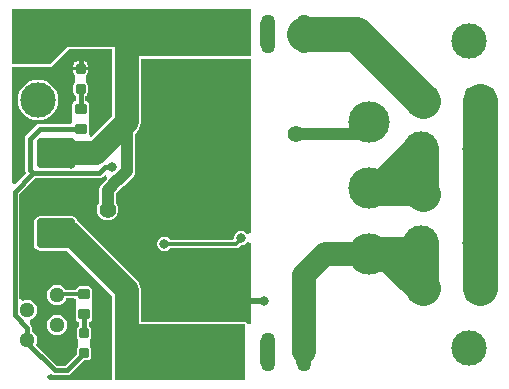
<source format=gtl>
G04 Layer_Physical_Order=1*
G04 Layer_Color=255*
%FSLAX24Y24*%
%MOIN*%
G70*
G01*
G75*
G04:AMPARAMS|DCode=10|XSize=39.4mil|YSize=35.4mil|CornerRadius=4.4mil|HoleSize=0mil|Usage=FLASHONLY|Rotation=180.000|XOffset=0mil|YOffset=0mil|HoleType=Round|Shape=RoundedRectangle|*
%AMROUNDEDRECTD10*
21,1,0.0394,0.0266,0,0,180.0*
21,1,0.0305,0.0354,0,0,180.0*
1,1,0.0089,-0.0153,0.0133*
1,1,0.0089,0.0153,0.0133*
1,1,0.0089,0.0153,-0.0133*
1,1,0.0089,-0.0153,-0.0133*
%
%ADD10ROUNDEDRECTD10*%
G04:AMPARAMS|DCode=11|XSize=31.5mil|YSize=31.5mil|CornerRadius=3.9mil|HoleSize=0mil|Usage=FLASHONLY|Rotation=90.000|XOffset=0mil|YOffset=0mil|HoleType=Round|Shape=RoundedRectangle|*
%AMROUNDEDRECTD11*
21,1,0.0315,0.0236,0,0,90.0*
21,1,0.0236,0.0315,0,0,90.0*
1,1,0.0079,0.0118,0.0118*
1,1,0.0079,0.0118,-0.0118*
1,1,0.0079,-0.0118,-0.0118*
1,1,0.0079,-0.0118,0.0118*
%
%ADD11ROUNDEDRECTD11*%
G04:AMPARAMS|DCode=12|XSize=98.4mil|YSize=86.6mil|CornerRadius=10.8mil|HoleSize=0mil|Usage=FLASHONLY|Rotation=0.000|XOffset=0mil|YOffset=0mil|HoleType=Round|Shape=RoundedRectangle|*
%AMROUNDEDRECTD12*
21,1,0.0984,0.0650,0,0,0.0*
21,1,0.0768,0.0866,0,0,0.0*
1,1,0.0217,0.0384,-0.0325*
1,1,0.0217,-0.0384,-0.0325*
1,1,0.0217,-0.0384,0.0325*
1,1,0.0217,0.0384,0.0325*
%
%ADD12ROUNDEDRECTD12*%
G04:AMPARAMS|DCode=13|XSize=98.4mil|YSize=129.9mil|CornerRadius=12.3mil|HoleSize=0mil|Usage=FLASHONLY|Rotation=90.000|XOffset=0mil|YOffset=0mil|HoleType=Round|Shape=RoundedRectangle|*
%AMROUNDEDRECTD13*
21,1,0.0984,0.1053,0,0,90.0*
21,1,0.0738,0.1299,0,0,90.0*
1,1,0.0246,0.0527,0.0369*
1,1,0.0246,0.0527,-0.0369*
1,1,0.0246,-0.0527,-0.0369*
1,1,0.0246,-0.0527,0.0369*
%
%ADD13ROUNDEDRECTD13*%
%ADD14O,0.0500X0.1299*%
%ADD15C,0.0197*%
%ADD16C,0.1181*%
%ADD17C,0.0157*%
%ADD18C,0.0118*%
%ADD19C,0.0787*%
%ADD20C,0.0394*%
%ADD21C,0.1378*%
%ADD22C,0.0512*%
%ADD23C,0.1181*%
%ADD24C,0.1181*%
%ADD25C,0.0315*%
%ADD26C,0.0394*%
%ADD27C,0.0551*%
%ADD28C,0.0591*%
G36*
X3460Y8898D02*
X2789Y8227D01*
X2761Y8226D01*
X2730Y8252D01*
X2675Y8326D01*
X2680Y8351D01*
Y8617D01*
X2672Y8656D01*
X2677Y8661D01*
Y8976D01*
X2672Y8982D01*
X2680Y9021D01*
Y9286D01*
X2670Y9334D01*
X2643Y9375D01*
X2602Y9402D01*
X2562Y9410D01*
Y9593D01*
X2566Y9593D01*
X2605Y9620D01*
X2631Y9659D01*
X2640Y9705D01*
Y9941D01*
X2631Y9987D01*
X2605Y10026D01*
X2598Y10030D01*
Y10285D01*
X2605Y10289D01*
X2631Y10328D01*
X2640Y10374D01*
Y10433D01*
X2163D01*
Y10374D01*
X2172Y10328D01*
X2198Y10289D01*
X2205Y10285D01*
Y10030D01*
X2198Y10026D01*
X2172Y9987D01*
X2163Y9941D01*
Y9705D01*
X2172Y9659D01*
X2198Y9620D01*
X2237Y9593D01*
X2241Y9593D01*
Y9410D01*
X2201Y9402D01*
X2160Y9375D01*
X2133Y9334D01*
X2124Y9286D01*
Y9021D01*
X2131Y8982D01*
X2126Y8976D01*
Y8661D01*
X2015Y8645D01*
X1043D01*
X982Y8633D01*
X930Y8598D01*
X930Y8598D01*
X595Y8263D01*
X560Y8211D01*
X548Y8150D01*
X548Y8150D01*
Y7126D01*
X548Y7126D01*
X560Y7065D01*
X595Y7012D01*
Y7003D01*
X230Y6638D01*
X120Y6683D01*
Y10550D01*
X1378D01*
X1409Y10556D01*
X1435Y10573D01*
X1435Y10573D01*
X2002Y11140D01*
X3460D01*
Y8898D01*
D02*
G37*
G36*
X8071Y5009D02*
X7953Y4973D01*
X7926Y5013D01*
X7848Y5065D01*
X7756Y5083D01*
X7664Y5065D01*
X7586Y5013D01*
X7533Y4935D01*
X7515Y4843D01*
X7469Y4786D01*
X5387D01*
X5367Y4816D01*
X5289Y4868D01*
X5197Y4887D01*
X5105Y4868D01*
X5027Y4816D01*
X4974Y4738D01*
X4956Y4646D01*
X4974Y4554D01*
X5027Y4475D01*
X5105Y4423D01*
X5197Y4405D01*
X5289Y4423D01*
X5367Y4475D01*
X5387Y4505D01*
X7598D01*
X7652Y4516D01*
X7698Y4546D01*
X7754Y4602D01*
X7756Y4602D01*
X7848Y4620D01*
X7926Y4672D01*
X7953Y4712D01*
X8071Y4676D01*
Y1972D01*
X7954Y1969D01*
X7948Y1999D01*
X7931Y2025D01*
X7905Y2043D01*
X7874Y2049D01*
X4414D01*
Y3110D01*
X4397Y3234D01*
X4350Y3348D01*
X4274Y3447D01*
X2384Y5337D01*
X2301Y5401D01*
X2291Y5448D01*
X2247Y5515D01*
X2180Y5559D01*
X2101Y5575D01*
X1048D01*
X970Y5559D01*
X903Y5515D01*
X858Y5448D01*
X843Y5369D01*
Y4631D01*
X858Y4552D01*
X903Y4485D01*
X970Y4441D01*
X1048Y4425D01*
X1948D01*
X3460Y2913D01*
Y1055D01*
X3463Y1036D01*
Y120D01*
X1339D01*
X1273Y221D01*
X1302Y293D01*
X1424Y323D01*
X1428Y320D01*
X1428Y320D01*
X1480Y285D01*
X1541Y272D01*
X1541Y273D01*
X1949D01*
X1949Y272D01*
X2010Y285D01*
X2062Y320D01*
X2508Y765D01*
X2638D01*
X2684Y775D01*
X2723Y801D01*
X2749Y840D01*
X2758Y886D01*
Y1122D01*
X2749Y1168D01*
X2723Y1207D01*
X2717Y1211D01*
Y1466D01*
X2723Y1470D01*
X2749Y1509D01*
X2758Y1555D01*
Y1791D01*
X2749Y1837D01*
X2723Y1876D01*
X2684Y1903D01*
X2680Y1903D01*
Y2046D01*
X2720Y2054D01*
X2761Y2082D01*
X2788Y2122D01*
X2798Y2170D01*
Y2436D01*
X2790Y2475D01*
X2795Y2480D01*
Y2795D01*
X2790Y2801D01*
X2798Y2840D01*
Y3105D01*
X2788Y3153D01*
X2761Y3194D01*
X2720Y3221D01*
X2672Y3231D01*
X2367D01*
X2319Y3221D01*
X2278Y3194D01*
X2251Y3153D01*
X2243Y3113D01*
X1907D01*
X1906Y3114D01*
X1853Y3184D01*
X1783Y3237D01*
X1702Y3271D01*
X1614Y3282D01*
X1527Y3271D01*
X1445Y3237D01*
X1375Y3184D01*
X1322Y3114D01*
X1288Y3032D01*
X1277Y2945D01*
X1288Y2858D01*
X1322Y2776D01*
X1375Y2706D01*
X1445Y2653D01*
X1527Y2619D01*
X1614Y2607D01*
X1702Y2619D01*
X1783Y2653D01*
X1853Y2706D01*
X1906Y2776D01*
X1930Y2832D01*
X2141D01*
X2244Y2795D01*
Y2480D01*
X2249Y2475D01*
X2242Y2436D01*
Y2170D01*
X2251Y2122D01*
X2278Y2082D01*
X2319Y2054D01*
X2359Y2046D01*
Y1903D01*
X2355Y1903D01*
X2316Y1876D01*
X2290Y1837D01*
X2281Y1791D01*
Y1555D01*
X2290Y1509D01*
X2316Y1470D01*
X2323Y1466D01*
Y1211D01*
X2316Y1207D01*
X2290Y1168D01*
X2281Y1122D01*
Y992D01*
X1882Y594D01*
X1608D01*
X912Y1289D01*
X940Y1358D01*
X952Y1445D01*
X940Y1532D01*
X906Y1614D01*
X853Y1684D01*
X783Y1737D01*
X775Y1741D01*
Y1860D01*
X775Y1860D01*
X763Y1922D01*
X728Y1974D01*
X702Y2000D01*
X702Y2038D01*
X736Y2133D01*
X783Y2153D01*
X853Y2206D01*
X906Y2276D01*
X940Y2358D01*
X952Y2445D01*
X940Y2532D01*
X906Y2614D01*
X853Y2684D01*
X783Y2737D01*
X702Y2771D01*
X614Y2782D01*
X527Y2771D01*
X479Y2751D01*
X388Y2795D01*
X361Y2822D01*
Y6315D01*
X893Y6847D01*
X3024D01*
X3024Y6847D01*
X3085Y6860D01*
X3137Y6894D01*
X3203Y6960D01*
X3212Y6960D01*
X3239Y6949D01*
X3267Y6810D01*
X3111Y6653D01*
X3066Y6596D01*
X3039Y6529D01*
X3029Y6457D01*
Y6007D01*
X2998Y5966D01*
X2962Y5880D01*
X2950Y5787D01*
X2962Y5695D01*
X2998Y5609D01*
X3054Y5535D01*
X3128Y5478D01*
X3215Y5442D01*
X3307Y5430D01*
X3400Y5442D01*
X3486Y5478D01*
X3560Y5535D01*
X3617Y5609D01*
X3652Y5695D01*
X3664Y5787D01*
X3652Y5880D01*
X3617Y5966D01*
X3585Y6007D01*
Y6342D01*
X3768Y6525D01*
X3783Y6531D01*
X3841Y6575D01*
X4134Y6868D01*
X4178Y6926D01*
X4206Y6993D01*
X4215Y7065D01*
Y8305D01*
X4274Y8364D01*
X4350Y8463D01*
X4397Y8577D01*
X4414Y8701D01*
Y10825D01*
X8071D01*
Y5009D01*
D02*
G37*
G36*
Y10906D02*
X3543D01*
Y11220D01*
X1969D01*
X1378Y10630D01*
X120D01*
Y12478D01*
X8071D01*
Y10906D01*
D02*
G37*
G36*
X7874Y120D02*
X3543D01*
Y1969D01*
X7874D01*
Y120D01*
D02*
G37*
%LPC*%
G36*
X1614Y2282D02*
X1527Y2271D01*
X1445Y2237D01*
X1375Y2184D01*
X1322Y2114D01*
X1288Y2032D01*
X1277Y1945D01*
X1288Y1858D01*
X1322Y1776D01*
X1375Y1706D01*
X1445Y1653D01*
X1527Y1619D01*
X1614Y1607D01*
X1702Y1619D01*
X1783Y1653D01*
X1853Y1706D01*
X1906Y1776D01*
X1940Y1858D01*
X1952Y1945D01*
X1940Y2032D01*
X1906Y2114D01*
X1853Y2184D01*
X1783Y2237D01*
X1702Y2271D01*
X1614Y2282D01*
D02*
G37*
G36*
X2520Y10731D02*
X2461D01*
Y10551D01*
X2640D01*
Y10610D01*
X2631Y10656D01*
X2605Y10695D01*
X2566Y10721D01*
X2520Y10731D01*
D02*
G37*
G36*
X2343D02*
X2283D01*
X2237Y10721D01*
X2198Y10695D01*
X2172Y10656D01*
X2163Y10610D01*
Y10551D01*
X2343D01*
Y10731D01*
D02*
G37*
G36*
X984Y10121D02*
X853Y10108D01*
X727Y10070D01*
X611Y10008D01*
X509Y9924D01*
X425Y9822D01*
X363Y9706D01*
X325Y9580D01*
X312Y9449D01*
X325Y9318D01*
X363Y9191D01*
X425Y9075D01*
X509Y8973D01*
X611Y8890D01*
X727Y8827D01*
X853Y8789D01*
X984Y8776D01*
X1115Y8789D01*
X1242Y8827D01*
X1358Y8890D01*
X1460Y8973D01*
X1543Y9075D01*
X1606Y9191D01*
X1644Y9318D01*
X1657Y9449D01*
X1644Y9580D01*
X1606Y9706D01*
X1543Y9822D01*
X1460Y9924D01*
X1358Y10008D01*
X1242Y10070D01*
X1115Y10108D01*
X984Y10121D01*
D02*
G37*
%LPD*%
D10*
X2402Y8484D02*
D03*
Y9154D02*
D03*
X2520Y2303D02*
D03*
Y2972D02*
D03*
D11*
X2402Y10492D02*
D03*
Y9823D02*
D03*
X2520Y1673D02*
D03*
Y1004D02*
D03*
D12*
X15709Y6299D02*
D03*
X13819D02*
D03*
X15709Y3189D02*
D03*
X13819D02*
D03*
X15709Y9409D02*
D03*
X13819D02*
D03*
D13*
X1575Y5000D02*
D03*
Y7677D02*
D03*
D14*
X9843Y11654D02*
D03*
X8661D02*
D03*
X7480D02*
D03*
X6299D02*
D03*
X5118D02*
D03*
X3937D02*
D03*
X9843Y1055D02*
D03*
X8661D02*
D03*
X7480D02*
D03*
X6299D02*
D03*
X5118D02*
D03*
X3937D02*
D03*
D15*
X7860Y2730D02*
X8530D01*
X2087Y7323D02*
Y7362D01*
D16*
X13740Y3268D02*
X13819Y3189D01*
X12685Y4323D02*
X13740Y3268D01*
X12685Y4323D02*
X13378D01*
X12008D02*
X12685D01*
X13378D02*
X13740Y4685D01*
Y3268D02*
Y4685D01*
X15709Y3189D02*
Y4685D01*
X15709Y4685D02*
X15709Y4685D01*
X15709Y4685D02*
Y6299D01*
X15709Y6299D01*
X15709Y6299D02*
Y7795D01*
Y6299D02*
X15709Y6299D01*
X15709Y7795D02*
Y9409D01*
X15709Y9409D01*
X12008Y6512D02*
X12457D01*
X13606D01*
X13740Y6378D02*
Y7795D01*
X13606Y6512D02*
X13740Y6378D01*
X13819Y6299D01*
X12457Y6512D02*
X13740Y7795D01*
X9843Y11654D02*
X11575D01*
X13819Y9409D01*
D17*
X709Y7126D02*
X827Y7008D01*
X709Y7126D02*
Y8150D01*
X1949Y433D02*
X2520Y1004D01*
X1541Y433D02*
X1949D01*
X614Y1360D02*
X1541Y433D01*
X614Y1360D02*
Y1445D01*
X827Y7008D02*
X3024D01*
X3220Y7205D01*
X3465D01*
X614Y1445D02*
Y1860D01*
X201Y2274D02*
X614Y1860D01*
X201Y2274D02*
Y6382D01*
X787Y6969D01*
X1043Y8484D02*
X2402D01*
X709Y8150D02*
X1043Y8484D01*
X2402Y9154D02*
Y9823D01*
X2520Y1673D02*
Y2303D01*
X2402Y10492D02*
Y10906D01*
D18*
X7756Y4803D02*
Y4843D01*
X7598Y4646D02*
X7756Y4803D01*
X5197Y4646D02*
X7598D01*
X1642Y2972D02*
X2520D01*
X1614Y2945D02*
X1642Y2972D01*
D19*
X3937Y1055D02*
Y3110D01*
X2047Y5000D02*
X3937Y3110D01*
X1575Y5000D02*
X2047D01*
X2913Y7677D02*
X3937Y8701D01*
Y11654D01*
X1575Y7677D02*
X2913D01*
X9843Y1055D02*
Y3622D01*
X10543Y4323D01*
X12008D01*
D20*
X3937Y7065D02*
Y8701D01*
X3644Y6772D02*
X3937Y7065D01*
X3622Y6772D02*
X3644D01*
X3307Y6457D02*
X3622Y6772D01*
X3307Y5787D02*
Y6457D01*
X11614Y8307D02*
X12008Y8701D01*
X9567Y8307D02*
X11614D01*
D21*
X12008Y8701D02*
D03*
Y6512D02*
D03*
Y4323D02*
D03*
D22*
X614Y3445D02*
D03*
Y1445D02*
D03*
Y2445D02*
D03*
X1614Y1945D02*
D03*
Y2945D02*
D03*
Y945D02*
D03*
D23*
X15709Y4685D02*
D03*
X13740Y4685D02*
D03*
X15709Y7795D02*
D03*
X13740D02*
D03*
X984Y11417D02*
D03*
Y9449D02*
D03*
D24*
X15354Y11417D02*
D03*
Y1181D02*
D03*
D25*
X7756Y4843D02*
D03*
X3465Y7205D02*
D03*
X5197Y4646D02*
D03*
X2087Y7323D02*
D03*
X3465Y7874D02*
D03*
X9843Y3622D02*
D03*
X8530Y2730D02*
D03*
X2402Y10906D02*
D03*
D26*
X3189Y2283D02*
D03*
X5197Y7480D02*
D03*
X3189Y10551D02*
D03*
X4843Y10433D02*
D03*
X5315D02*
D03*
X6260D02*
D03*
X7205D02*
D03*
X5079Y8819D02*
D03*
Y9921D02*
D03*
Y9370D02*
D03*
X3346Y4724D02*
D03*
X1535Y6181D02*
D03*
X4055Y6378D02*
D03*
X2402Y6260D02*
D03*
X2756Y394D02*
D03*
X7874Y6102D02*
D03*
X5512Y6299D02*
D03*
X4921Y5394D02*
D03*
X1378Y4134D02*
D03*
X787Y6299D02*
D03*
X5787Y10433D02*
D03*
X6732D02*
D03*
X7677D02*
D03*
X7756Y8346D02*
D03*
X5709D02*
D03*
X6142Y8819D02*
D03*
X7323D02*
D03*
X6732D02*
D03*
X1260Y7913D02*
D03*
D27*
X3307Y5787D02*
D03*
X9567Y8307D02*
D03*
D28*
X6890Y12165D02*
D03*
X5709D02*
D03*
X4528D02*
D03*
X3346D02*
D03*
X4567Y1575D02*
D03*
X5709D02*
D03*
X6890D02*
D03*
Y906D02*
D03*
X5709D02*
D03*
X4528D02*
D03*
X5709Y11535D02*
D03*
X6890D02*
D03*
X4528D02*
D03*
X3346D02*
D03*
M02*

</source>
